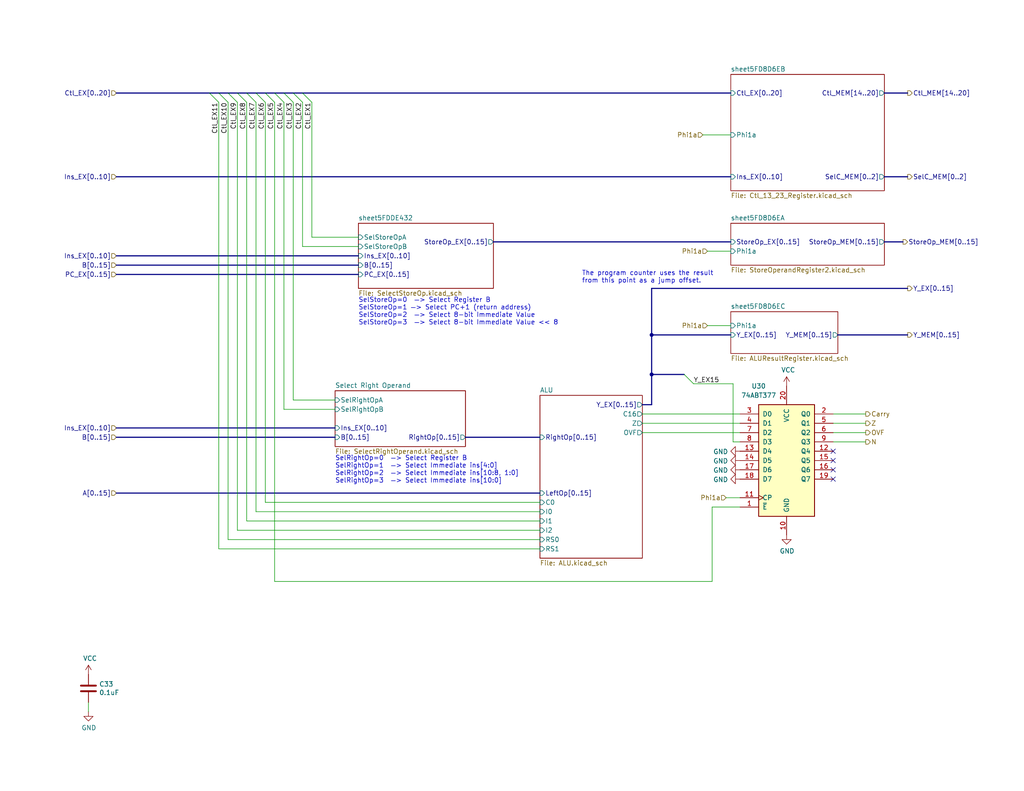
<source format=kicad_sch>
(kicad_sch (version 20250114) (generator "eeschema") (generator_version "9.0")
  (paper "USLetter")
  (title_block (title "EX") (date "2023-11-25") (rev "A") (comment 2 "ID stage of the CPU pipeline.") (comment 3 "The ALU condition codes may be latched in a flags register which feeds back into the") (comment 4 "The EX stage is built around the IDT 7381 sixteen-bit ALU IC."))
  (lib_symbols
    (symbol "Device:C" (pin_numbers (hide yes)) (pin_names (offset 0.254))
      (property "Reference" "C" (at 0.635 2.54 0))
      (property "Value" "C" (at 0.635 -2.54 0))
      (symbol "C_0_1"
        (polyline (pts (xy -2.032 0.762) (xy 2.032 0.762)) (stroke (width 0.508)))
        (polyline (pts (xy -2.032 -0.762) (xy 2.032 -0.762)) (stroke (width 0.508)))
      )
      (symbol "C_1_1"
        (pin passive line (at 0 3.81 270) (length 2.794) (name "~") (number "1"))
        (pin passive line (at 0 -3.81 90) (length 2.794) (name "~") (number "2"))
      )
    )
    (symbol "Turtle16:74ABT377" (pin_names (offset 1.016))
      (symbol "74ABT377_1_0"
        (pin input line (at -12.7 12.7 0) (length 5.08) (name "D0") (number "3"))
        (pin input line (at -12.7 10.16 0) (length 5.08) (name "D1") (number "4"))
        (pin input line (at -12.7 7.62 0) (length 5.08) (name "D2") (number "7"))
        (pin input line (at -12.7 5.08 0) (length 5.08) (name "D3") (number "8"))
        (pin input line (at -12.7 2.54 0) (length 5.08) (name "D4") (number "13"))
        (pin input line (at -12.7 0 0) (length 5.08) (name "D5") (number "14"))
        (pin input line (at -12.7 -2.54 0) (length 5.08) (name "D6") (number "17"))
        (pin input line (at -12.7 -5.08 0) (length 5.08) (name "D7") (number "18"))
        (pin input clock (at -12.7 -10.16 0) (length 5.08) (name "CP") (number "11"))
        (pin input line (at -12.7 -12.7 0) (length 5.08) (name "~{E}") (number "1"))
        (pin power_in line (at 0 20.32 270) (length 5.08) (name "VCC") (number "20"))
        (pin power_in line (at 0 -20.32 90) (length 5.08) (name "GND") (number "10"))
        (pin output line (at 12.7 12.7 180) (length 5.08) (name "Q0") (number "2"))
        (pin output line (at 12.7 10.16 180) (length 5.08) (name "Q1") (number "5"))
        (pin output line (at 12.7 7.62 180) (length 5.08) (name "Q2") (number "6"))
        (pin output line (at 12.7 5.08 180) (length 5.08) (name "Q3") (number "9"))
        (pin output line (at 12.7 2.54 180) (length 5.08) (name "Q4") (number "12"))
        (pin output line (at 12.7 0 180) (length 5.08) (name "Q5") (number "15"))
        (pin output line (at 12.7 -2.54 180) (length 5.08) (name "Q6") (number "16"))
        (pin output line (at 12.7 -5.08 180) (length 5.08) (name "Q7") (number "19"))
      )
      (symbol "74ABT377_1_1"
        (rectangle (start -7.62 15.24) (end 7.62 -15.24) (stroke (width 0.254)) (fill (type background)))
      )
    )
    (symbol "power:GND" (power) (pin_names (offset 0))
      (property "Value" "GND" (at 0 -3.81 0))
      (symbol "GND_0_1"
        (polyline (pts (xy 0 0) (xy 0 -1.27) (xy 1.27 -1.27) (xy 0 -2.54) (xy -1.27 -1.27) (xy 0 -1.27)))
      )
      (symbol "GND_1_1"
        (pin power_in line (at 0 0 270) (length 0) (hide yes) (name "GND") (number "1"))
      )
    )
    (symbol "power:VCC" (power) (pin_names (offset 0))
      (property "Value" "VCC" (at 0 3.81 0))
      (symbol "VCC_0_1"
        (polyline (pts (xy -0.762 1.27) (xy 0 2.54)))
        (polyline (pts (xy 0 2.54) (xy 0.762 1.27)))
        (polyline (pts (xy 0 0) (xy 0 2.54)))
      )
      (symbol "VCC_1_1"
        (pin power_in line (at 0 0 90) (length 0) (hide yes) (name "VCC") (number "1"))
      )
    )
  )
  (text "SelStoreOp=0  —> Select Register B\nSelStoreOp=1 —> Select PC+1 (return address)\nSelStoreOp=2  —> Select 8-bit Immediate Value\nSelStoreOp=3  —> Select 8-bit Immediate Value << 8" (at 97.79 88.9 0) (effects (font (size 1.27 1.27)) (justify left bottom)))
  (text "SelRightOp=0  —> Select Register B\nSelRightOp=1  —> Select Immediate ins[4:0]\nSelRightOp=2  —> Select Immediate ins[10:8, 1:0]\nSelRightOp=3  —> Select Immediate ins[10:0]" (at 91.44 132.08 0) (effects (font (size 1.27 1.27)) (justify left bottom)))
  (text "The program counter uses the result\nfrom this point as a jump offset." (at 158.75 77.47 0) (effects (font (size 1.27 1.27)) (justify left bottom)))
  (junction (at 177.8 102.235))
  (junction (at 177.8 91.44))
  (no_connect (at 227.33 123.19))
  (no_connect (at 227.33 128.27))
  (no_connect (at 227.33 130.81))
  (no_connect (at 227.33 125.73))
  (bus_entry (at 186.69 102.235) (size 2.54 2.54))
  (bus_entry (at 64.77 25.4) (size 2.54 2.54))
  (bus_entry (at 62.23 25.4) (size 2.54 2.54))
  (bus_entry (at 80.01 25.4) (size 2.54 2.54))
  (bus_entry (at 67.31 25.4) (size 2.54 2.54))
  (bus_entry (at 72.39 25.4) (size 2.54 2.54))
  (bus_entry (at 74.93 25.4) (size 2.54 2.54))
  (bus_entry (at 69.85 25.4) (size 2.54 2.54))
  (bus_entry (at 59.69 25.4) (size 2.54 2.54))
  (bus_entry (at 82.55 25.4) (size 2.54 2.54))
  (bus_entry (at 77.47 25.4) (size 2.54 2.54))
  (bus_entry (at 57.15 25.4) (size 2.54 2.54))
  (wire (pts (xy 147.32 137.16) (xy 72.39 137.16)))
  (wire (pts (xy 193.04 68.58) (xy 199.39 68.58)))
  (wire (pts (xy 64.77 144.78) (xy 147.32 144.78)))
  (bus (pts (xy 246.38 66.04) (xy 241.3 66.04)))
  (wire (pts (xy 24.13 194.31) (xy 24.13 191.77)))
  (wire (pts (xy 80.01 27.94) (xy 80.01 109.22)))
  (bus (pts (xy 80.01 25.4) (xy 82.55 25.4)))
  (bus (pts (xy 241.3 48.26) (xy 247.65 48.26)))
  (wire (pts (xy 193.04 88.9) (xy 199.39 88.9)))
  (wire (pts (xy 147.32 149.86) (xy 59.69 149.86)))
  (bus (pts (xy 31.75 48.26) (xy 199.39 48.26)))
  (wire (pts (xy 74.93 158.75) (xy 74.93 27.94)))
  (wire (pts (xy 82.55 27.94) (xy 82.55 67.31)))
  (bus (pts (xy 31.75 69.85) (xy 97.79 69.85)))
  (bus (pts (xy 31.75 72.39) (xy 97.79 72.39)))
  (wire (pts (xy 189.23 104.775) (xy 200.025 104.775)))
  (wire (pts (xy 175.26 113.03) (xy 201.93 113.03)))
  (wire (pts (xy 77.47 27.94) (xy 77.47 111.76)))
  (wire (pts (xy 194.31 158.75) (xy 194.31 138.43)))
  (wire (pts (xy 97.79 67.31) (xy 82.55 67.31)))
  (bus (pts (xy 177.8 78.74) (xy 177.8 91.44)))
  (bus (pts (xy 177.8 110.49) (xy 175.26 110.49)))
  (bus (pts (xy 31.75 25.4) (xy 57.15 25.4)))
  (bus (pts (xy 74.93 25.4) (xy 77.47 25.4)))
  (bus (pts (xy 64.77 25.4) (xy 67.31 25.4)))
  (wire (pts (xy 85.09 27.94) (xy 85.09 64.77)))
  (wire (pts (xy 59.69 27.94) (xy 59.69 149.86)))
  (bus (pts (xy 31.75 74.93) (xy 97.79 74.93)))
  (bus (pts (xy 241.3 25.4) (xy 247.65 25.4)))
  (wire (pts (xy 64.77 27.94) (xy 64.77 144.78)))
  (wire (pts (xy 227.33 120.65) (xy 236.22 120.65)))
  (bus (pts (xy 247.65 91.44) (xy 228.6 91.44)))
  (wire (pts (xy 175.26 118.11) (xy 201.93 118.11)))
  (wire (pts (xy 67.31 27.94) (xy 67.31 142.24)))
  (wire (pts (xy 147.32 147.32) (xy 62.23 147.32)))
  (bus (pts (xy 82.55 25.4) (xy 199.39 25.4)))
  (bus (pts (xy 134.62 66.04) (xy 199.39 66.04)))
  (bus (pts (xy 59.69 25.4) (xy 62.23 25.4)))
  (bus (pts (xy 72.39 25.4) (xy 74.93 25.4)))
  (wire (pts (xy 175.26 115.57) (xy 201.93 115.57)))
  (bus (pts (xy 247.65 78.74) (xy 177.8 78.74)))
  (wire (pts (xy 191.77 36.83) (xy 199.39 36.83)))
  (bus (pts (xy 177.8 102.235) (xy 177.8 110.49)))
  (wire (pts (xy 147.32 142.24) (xy 67.31 142.24)))
  (bus (pts (xy 62.23 25.4) (xy 64.77 25.4)))
  (bus (pts (xy 91.44 116.84) (xy 31.75 116.84)))
  (bus (pts (xy 177.8 91.44) (xy 177.8 102.235)))
  (wire (pts (xy 74.93 158.75) (xy 194.31 158.75)))
  (wire (pts (xy 236.22 113.03) (xy 227.33 113.03)))
  (wire (pts (xy 69.85 27.94) (xy 69.85 139.7)))
  (wire (pts (xy 72.39 27.94) (xy 72.39 137.16)))
  (wire (pts (xy 147.32 139.7) (xy 69.85 139.7)))
  (bus (pts (xy 77.47 25.4) (xy 80.01 25.4)))
  (wire (pts (xy 227.33 115.57) (xy 236.22 115.57)))
  (wire (pts (xy 200.025 120.65) (xy 201.93 120.65)))
  (wire (pts (xy 227.33 118.11) (xy 236.22 118.11)))
  (bus (pts (xy 67.31 25.4) (xy 69.85 25.4)))
  (bus (pts (xy 127 119.38) (xy 147.32 119.38)))
  (wire (pts (xy 62.23 27.94) (xy 62.23 147.32)))
  (wire (pts (xy 198.12 135.89) (xy 201.93 135.89)))
  (bus (pts (xy 31.75 134.62) (xy 147.32 134.62)))
  (wire (pts (xy 77.47 111.76) (xy 91.44 111.76)))
  (wire (pts (xy 97.79 64.77) (xy 85.09 64.77)))
  (bus (pts (xy 69.85 25.4) (xy 72.39 25.4)))
  (bus (pts (xy 177.8 102.235) (xy 186.69 102.235)))
  (wire (pts (xy 200.025 104.775) (xy 200.025 120.65)))
  (wire (pts (xy 91.44 109.22) (xy 80.01 109.22)))
  (bus (pts (xy 91.44 119.38) (xy 31.75 119.38)))
  (bus (pts (xy 199.39 91.44) (xy 177.8 91.44)))
  (wire (pts (xy 194.31 138.43) (xy 201.93 138.43)))
  (bus (pts (xy 57.15 25.4) (xy 59.69 25.4)))
  (label "Ctl_EX7" (at 69.85 27.94 270))
  (label "Ctl_EX5" (at 74.93 27.94 270))
  (label "Ctl_EX3" (at 80.01 27.94 270))
  (label "Ctl_EX4" (at 77.47 27.94 270))
  (label "Ctl_EX10" (at 62.23 27.94 270))
  (label "Ctl_EX6" (at 72.39 27.94 270))
  (label "Ctl_EX11" (at 59.69 27.94 270))
  (label "Ctl_EX1" (at 85.09 27.94 270))
  (label "Ctl_EX8" (at 67.31 27.94 270))
  (label "Ctl_EX2" (at 82.55 27.94 270))
  (label "Y_EX15" (at 189.23 104.775 0))
  (label "Ctl_EX9" (at 64.77 27.94 270))
  (hierarchical_label "Z" (shape output) (at 236.22 115.57 0))
  (hierarchical_label "B[0..15]" (shape input) (at 31.75 72.39 180))
  (hierarchical_label "Phi1a" (shape input) (at 193.04 68.58 180))
  (hierarchical_label "PC_EX[0..15]" (shape input) (at 31.75 74.93 180))
  (hierarchical_label "Phi1a" (shape input) (at 198.12 135.89 180))
  (hierarchical_label "Y_EX[0..15]" (shape output) (at 247.65 78.74 0))
  (hierarchical_label "Ins_EX[0..10]" (shape input) (at 31.75 116.84 180))
  (hierarchical_label "Y_MEM[0..15]" (shape output) (at 247.65 91.44 0))
  (hierarchical_label "B[0..15]" (shape input) (at 31.75 119.38 180))
  (hierarchical_label "Ins_EX[0..10]" (shape input) (at 31.75 69.85 180))
  (hierarchical_label "Ins_EX[0..10]" (shape input) (at 31.75 48.26 180))
  (hierarchical_label "Carry" (shape output) (at 236.22 113.03 0))
  (hierarchical_label "Ctl_MEM[14..20]" (shape output) (at 247.65 25.4 0))
  (hierarchical_label "SelC_MEM[0..2]" (shape output) (at 247.65 48.26 0))
  (hierarchical_label "Phi1a" (shape input) (at 191.77 36.83 180))
  (hierarchical_label "N" (shape output) (at 236.22 120.65 0))
  (hierarchical_label "Ctl_EX[0..20]" (shape input) (at 31.75 25.4 180))
  (hierarchical_label "A[0..15]" (shape input) (at 31.75 134.62 180))
  (hierarchical_label "Phi1a" (shape input) (at 193.04 88.9 180))
  (hierarchical_label "StoreOp_MEM[0..15]" (shape output) (at 246.38 66.04 0))
  (hierarchical_label "OVF" (shape output) (at 236.22 118.11 0))
  (symbol (lib_id "Turtle16:74ABT377") (at 214.63 125.73 0) (unit 1)
    (property "Reference" "U30" (at 207.01 105.41 0))
    (property "Value" "74ABT377" (at 207.01 107.95 0))
    (property "Footprint" "Package_SO:TSSOP-20_4.4x6.5mm_P0.65mm" (effects (hide yes)))
    (property "Datasheet" "https://www.ti.com/general/docs/suppproductinfo.tsp?distId=26&gotoUrl=https://www.ti.com/lit/gpn/sn74abt377a" (effects (hide yes)))
    (property "Manufacturer" "Texas Instruments" (effects (hide yes)))
    (property "Manufacturer#" "SN74ABT377APWR" (effects (hide yes)))
    (property "Mouser#" "595-SN74ABT377APWR" (effects (hide yes)))
    (property "Digikey#" "296-4011-1-ND" (effects (hide yes)))
  )
  (symbol (lib_id "power:VCC") (at 214.63 105.41 0) (unit 1)
    (property "Reference" "#PWR0244" (effects (hide yes)))
    (property "Value" "VCC" (at 215.0618 101.0158 0))
  )
  (symbol (lib_id "power:GND") (at 214.63 146.05 0) (unit 1)
    (property "Reference" "#PWR0245" (effects (hide yes)))
    (property "Value" "GND" (at 214.757 150.4442 0))
  )
  (symbol (lib_id "power:GND") (at 201.93 123.19 270) (unit 1)
    (property "Reference" "#PWR0240" (effects (hide yes)))
    (property "Value" "GND" (at 198.6788 123.317 90) (effects (justify right)))
  )
  (symbol (lib_id "power:GND") (at 201.93 125.73 270) (unit 1)
    (property "Reference" "#PWR0241" (effects (hide yes)))
    (property "Value" "GND" (at 198.6788 125.857 90) (effects (justify right)))
  )
  (symbol (lib_id "power:GND") (at 201.93 128.27 270) (unit 1)
    (property "Reference" "#PWR0242" (effects (hide yes)))
    (property "Value" "GND" (at 198.6788 128.397 90) (effects (justify right)))
  )
  (symbol (lib_id "power:GND") (at 201.93 130.81 270) (unit 1)
    (property "Reference" "#PWR0243" (effects (hide yes)))
    (property "Value" "GND" (at 198.6788 130.937 90) (effects (justify right)))
  )
  (symbol (lib_id "Device:C") (at 24.13 187.96 0) (unit 1)
    (property "Reference" "C33" (at 27.051 186.7916 0) (effects (justify left)))
    (property "Value" "0.1uF" (at 27.051 189.103 0) (effects (justify left)))
    (property "Footprint" "Capacitor_SMD:C_0603_1608Metric" (effects (hide yes)))
    (property "Datasheet" "https://www.mouser.com/datasheet/2/396/taiyo_yuden_12132018_mlcc11_hq_e-1510082.pdf" (effects (hide yes)))
    (property "Manufacturer" "Taiyo Yuden" (effects (hide yes)))
    (property "Manufacturer#" "EMK107B7104KAHT" (effects (hide yes)))
    (property "Mouser#" "963-EMK107B7104KAHT" (effects (hide yes)))
    (property "Digikey#" "587-6004-1-ND" (effects (hide yes)))
  )
  (symbol (lib_id "power:VCC") (at 24.13 184.15 0) (unit 1)
    (property "Reference" "#PWR0238" (effects (hide yes)))
    (property "Value" "VCC" (at 24.5618 179.7558 0))
  )
  (symbol (lib_id "power:GND") (at 24.13 194.31 0) (unit 1)
    (property "Reference" "#PWR0239" (effects (hide yes)))
    (property "Value" "GND" (at 24.257 198.7042 0))
  )
  (sheet (at 147.32 107.95) (size 27.94 44.45)
    (property "Sheetname" "ALU" (at 147.32 107.2384 0) (effects (justify left bottom)))
    (property "Sheetfile" "ALU.kicad_sch" (at 147.32 152.9846 0) (effects (justify left top)))
    (pin "RightOp[0..15]" input (at 147.32 119.38 180))
    (pin "LeftOp[0..15]" input (at 147.32 134.62 180))
    (pin "Z" output (at 175.26 115.57 0))
    (pin "C16" output (at 175.26 113.03 0))
    (pin "OVF" output (at 175.26 118.11 0))
    (pin "C0" input (at 147.32 137.16 180))
    (pin "I0" input (at 147.32 139.7 180))
    (pin "I1" input (at 147.32 142.24 180))
    (pin "I2" input (at 147.32 144.78 180))
    (pin "RS0" input (at 147.32 147.32 180))
    (pin "RS1" input (at 147.32 149.86 180))
    (pin "Y_EX[0..15]" output (at 175.26 110.49 0))
  )
  (sheet (at 199.39 60.96) (size 41.91 11.43)
    (property "Sheetname" "sheet5FD8D6EA" (at 199.39 60.2484 0) (effects (justify left bottom)))
    (property "Sheetfile" "StoreOperandRegister2.kicad_sch" (at 199.39 72.9746 0) (effects (justify left top)))
    (pin "StoreOp_EX[0..15]" input (at 199.39 66.04 180))
    (pin "StoreOp_MEM[0..15]" output (at 241.3 66.04 0))
    (pin "Phi1a" input (at 199.39 68.58 180))
  )
  (sheet (at 199.39 20.32) (size 41.91 31.75)
    (property "Sheetname" "sheet5FD8D6EB" (at 199.39 19.6084 0) (effects (justify left bottom)))
    (property "Sheetfile" "Ctl_13_23_Register.kicad_sch" (at 199.39 52.6546 0) (effects (justify left top)))
    (pin "Ctl_MEM[14..20]" output (at 241.3 25.4 0))
    (pin "Ctl_EX[0..20]" input (at 199.39 25.4 180))
    (pin "Ins_EX[0..10]" input (at 199.39 48.26 180))
    (pin "SelC_MEM[0..2]" output (at 241.3 48.26 0))
    (pin "Phi1a" input (at 199.39 36.83 180))
  )
  (sheet (at 199.39 85.09) (size 29.21 11.43)
    (property "Sheetname" "sheet5FD8D6EC" (at 199.39 84.3784 0) (effects (justify left bottom)))
    (property "Sheetfile" "ALUResultRegister.kicad_sch" (at 199.39 97.1046 0) (effects (justify left top)))
    (pin "Y_EX[0..15]" input (at 199.39 91.44 180))
    (pin "Y_MEM[0..15]" output (at 228.6 91.44 0))
    (pin "Phi1a" input (at 199.39 88.9 180))
  )
  (sheet (at 97.79 60.96) (size 36.83 17.78)
    (property "Sheetname" "sheet5FDDE432" (at 97.79 60.2484 0) (effects (justify left bottom)))
    (property "Sheetfile" "SelectStoreOp.kicad_sch" (at 97.79 79.3246 0) (effects (justify left top)))
    (pin "SelStoreOpA" input (at 97.79 64.77 180))
    (pin "SelStoreOpB" input (at 97.79 67.31 180))
    (pin "Ins_EX[0..10]" input (at 97.79 69.85 180))
    (pin "B[0..15]" input (at 97.79 72.39 180))
    (pin "PC_EX[0..15]" input (at 97.79 74.93 180))
    (pin "StoreOp_EX[0..15]" output (at 134.62 66.04 0))
  )
  (sheet (at 91.44 106.68) (size 35.56 15.24)
    (property "Sheetname" "Select Right Operand" (at 91.44 105.9684 0) (effects (justify left bottom)))
    (property "Sheetfile" "SelectRightOperand.kicad_sch" (at 91.44 122.5046 0) (effects (justify left top)))
    (pin "Ins_EX[0..10]" input (at 91.44 116.84 180))
    (pin "B[0..15]" input (at 91.44 119.38 180))
    (pin "SelRightOpA" input (at 91.44 109.22 180))
    (pin "RightOp[0..15]" output (at 127 119.38 0))
    (pin "SelRightOpB" input (at 91.44 111.76 180))
  )
)
</source>
